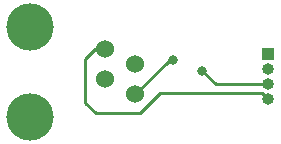
<source format=gbr>
%TF.GenerationSoftware,KiCad,Pcbnew,7.0.10-7.0.10~ubuntu22.04.1*%
%TF.CreationDate,2024-01-24T09:48:51-05:00*%
%TF.ProjectId,imu-rj-adapter,696d752d-726a-42d6-9164-61707465722e,rev?*%
%TF.SameCoordinates,Original*%
%TF.FileFunction,Copper,L2,Bot*%
%TF.FilePolarity,Positive*%
%FSLAX46Y46*%
G04 Gerber Fmt 4.6, Leading zero omitted, Abs format (unit mm)*
G04 Created by KiCad (PCBNEW 7.0.10-7.0.10~ubuntu22.04.1) date 2024-01-24 09:48:51*
%MOMM*%
%LPD*%
G01*
G04 APERTURE LIST*
%TA.AperFunction,ComponentPad*%
%ADD10R,1.000000X1.000000*%
%TD*%
%TA.AperFunction,ComponentPad*%
%ADD11O,1.000000X1.000000*%
%TD*%
%TA.AperFunction,ComponentPad*%
%ADD12C,1.524000*%
%TD*%
%TA.AperFunction,ComponentPad*%
%ADD13C,4.000000*%
%TD*%
%TA.AperFunction,ViaPad*%
%ADD14C,0.800000*%
%TD*%
%TA.AperFunction,Conductor*%
%ADD15C,0.250000*%
%TD*%
G04 APERTURE END LIST*
D10*
%TO.P,J2,1,Pin_1*%
%TO.N,Net-(J1-Pin_1)*%
X74500000Y-63500000D03*
D11*
%TO.P,J2,2,Pin_2*%
%TO.N,Net-(J1-Pin_2)*%
X74500000Y-64770000D03*
%TO.P,J2,3,Pin_3*%
%TO.N,Net-(J1-Pin_3)*%
X74500000Y-66040000D03*
%TO.P,J2,4,Pin_4*%
%TO.N,Net-(J1-Pin_4)*%
X74500000Y-67310000D03*
%TD*%
D12*
%TO.P,J1,1*%
%TO.N,Net-(J1-Pin_4)*%
X60700000Y-63100000D03*
%TO.P,J1,2*%
%TO.N,Net-(J1-Pin_3)*%
X63240000Y-64370000D03*
%TO.P,J1,3*%
%TO.N,Net-(J1-Pin_2)*%
X60700000Y-65640000D03*
%TO.P,J1,4*%
%TO.N,Net-(J1-Pin_1)*%
X63240000Y-66910000D03*
D13*
%TO.P,J1,5*%
%TO.N,N/C*%
X54350000Y-61195000D03*
%TO.P,J1,6*%
X54350000Y-68820000D03*
%TD*%
D14*
%TO.N,Net-(J1-Pin_1)*%
X66400000Y-64000000D03*
%TO.N,Net-(J1-Pin_3)*%
X68900000Y-64900000D03*
%TD*%
D15*
%TO.N,Net-(J1-Pin_1)*%
X66400000Y-64000000D02*
X66150000Y-64000000D01*
X66150000Y-64000000D02*
X63240000Y-66910000D01*
%TO.N,Net-(J1-Pin_3)*%
X70040000Y-66040000D02*
X74500000Y-66040000D01*
X68900000Y-64900000D02*
X70040000Y-66040000D01*
%TO.N,Net-(J1-Pin_4)*%
X59000000Y-67600000D02*
X59000000Y-63900000D01*
X59000000Y-63900000D02*
X59800000Y-63100000D01*
X63600000Y-68500000D02*
X59900000Y-68500000D01*
X65300000Y-66800000D02*
X63600000Y-68500000D01*
X59800000Y-63100000D02*
X60700000Y-63100000D01*
X59900000Y-68500000D02*
X59000000Y-67600000D01*
X73990000Y-66800000D02*
X65300000Y-66800000D01*
X74500000Y-67310000D02*
X73990000Y-66800000D01*
%TD*%
M02*

</source>
